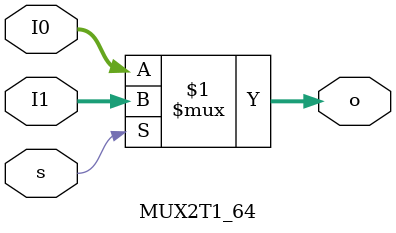
<source format=v>
module MUX2T1_64(
	input wire s,
	input wire [63:0] I0,
	input wire [63:0] I1,
	output wire [63:0] o
);

	assign o = s? I1: I0;

endmodule

</source>
